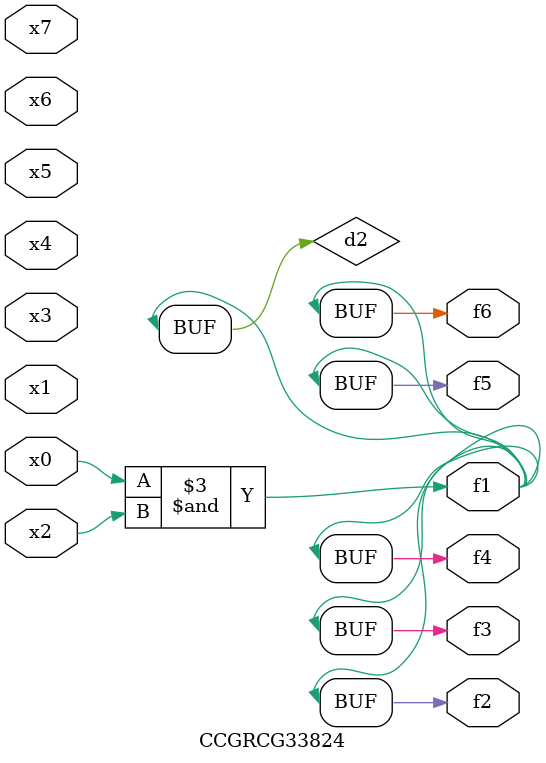
<source format=v>
module CCGRCG33824(
	input x0, x1, x2, x3, x4, x5, x6, x7,
	output f1, f2, f3, f4, f5, f6
);

	wire d1, d2;

	nor (d1, x3, x6);
	and (d2, x0, x2);
	assign f1 = d2;
	assign f2 = d2;
	assign f3 = d2;
	assign f4 = d2;
	assign f5 = d2;
	assign f6 = d2;
endmodule

</source>
